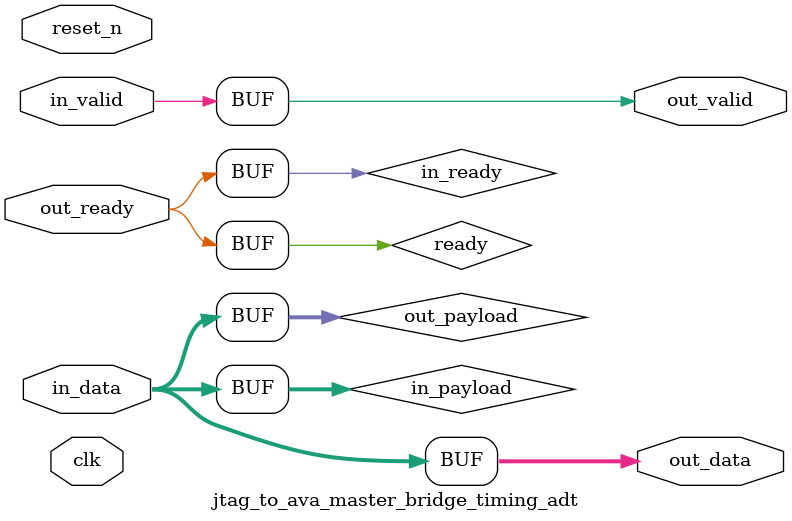
<source format=v>

`timescale 1ns / 100ps
module jtag_to_ava_master_bridge_timing_adt (
    
      // Interface: clk
      input              clk,
      // Interface: reset
      input              reset_n,
      // Interface: in
      input              in_valid,
      input      [ 7: 0] in_data,
      // Interface: out
      output reg         out_valid,
      output reg [ 7: 0] out_data,
      input              out_ready
);




   // ---------------------------------------------------------------------
   //| Signal Declarations
   // ---------------------------------------------------------------------

   reg  [ 7: 0] in_payload;
   reg  [ 7: 0] out_payload;
   reg  [ 0: 0] ready;
   reg          in_ready;
   // synthesis translate_off
   always @(negedge in_ready) begin
      $display("%m: The downstream component is backpressuring by deasserting ready, but the upstream component can't be backpressured.");
   end
   // synthesis translate_on   


   // ---------------------------------------------------------------------
   //| Payload Mapping
   // ---------------------------------------------------------------------
   always @* begin
     in_payload = {in_data};
     {out_data} = out_payload;
   end

   // ---------------------------------------------------------------------
   //| Ready & valid signals.
   // ---------------------------------------------------------------------
   always @* begin
     ready[0] = out_ready;
     out_valid = in_valid;
     out_payload = in_payload;
     in_ready = ready[0];
   end




endmodule


</source>
